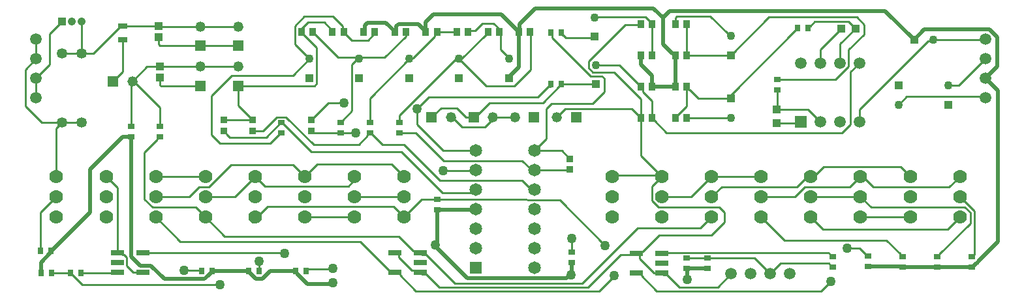
<source format=gtl>
G04*
G04 #@! TF.GenerationSoftware,Altium Limited,Altium Designer,25.3.3 (18)*
G04*
G04 Layer_Physical_Order=1*
G04 Layer_Color=255*
%FSLAX25Y25*%
%MOIN*%
G70*
G04*
G04 #@! TF.SameCoordinates,DCBC244B-8E6B-4275-8FA6-C99DFC31DE85*
G04*
G04*
G04 #@! TF.FilePolarity,Positive*
G04*
G01*
G75*
%ADD18C,0.01000*%
%ADD22R,0.03197X0.02593*%
%ADD25R,0.02593X0.03197*%
%ADD27R,0.03788X0.03681*%
%ADD30C,0.07000*%
%ADD32C,0.05900*%
%ADD37C,0.05200*%
%ADD38R,0.05200X0.05200*%
%ADD42R,0.05200X0.05200*%
%ADD44R,0.06500X0.03000*%
%ADD45R,0.04724X0.02598*%
%ADD46R,0.04331X0.04331*%
%ADD47R,0.03543X0.04134*%
%ADD48R,0.04016X0.04173*%
%ADD49R,0.04331X0.04331*%
%ADD50C,0.02067*%
%ADD51C,0.04331*%
%ADD52R,0.04134X0.04134*%
%ADD53C,0.04134*%
%ADD54C,0.06496*%
%ADD55R,0.06496X0.06496*%
%ADD56R,0.05937X0.05937*%
%ADD57C,0.05937*%
%ADD58C,0.05315*%
%ADD59C,0.05000*%
D18*
X404622Y387205D02*
G03*
X404626Y387205I9J1000D01*
G01*
X144075Y472225D02*
X150295Y478445D01*
X144075Y456555D02*
Y472225D01*
X160236Y462303D02*
Y478386D01*
X457290Y360393D02*
X541789D01*
X456701Y359803D02*
X457290Y360393D01*
X542965Y359176D02*
Y359217D01*
X541789Y360393D02*
X542965Y359217D01*
X250890Y350987D02*
Y355901D01*
X250886Y355906D02*
X250890Y355901D01*
Y350987D02*
X250894Y350982D01*
X263703Y360215D02*
X263976Y359941D01*
X191496Y360215D02*
X263703D01*
X160567Y343898D02*
X231004D01*
X231102Y343996D01*
X212500Y351358D02*
X220725D01*
X221494Y350589D01*
X155630Y348835D02*
X160567Y343898D01*
X274966Y350982D02*
Y351284D01*
X275763Y352081D02*
X288301D01*
X274966Y351284D02*
X275763Y352081D01*
X288301D02*
X288583Y352362D01*
X262638Y426869D02*
X277500Y412008D01*
X323725D02*
X344728Y391004D01*
X277500Y412008D02*
X323725D01*
X325098Y415551D02*
X343307Y397342D01*
X313854Y415551D02*
X325098D01*
X307864Y421541D02*
X313854Y415551D01*
X301874D02*
X306464Y420140D01*
X278877Y415551D02*
X301874D01*
X264762Y429666D02*
X278877Y415551D01*
X343307Y397342D02*
X385433D01*
X322638Y421541D02*
X331018D01*
X345177Y407382D02*
X385394D01*
X331018Y421541D02*
X345177Y407382D01*
X344980Y402165D02*
X345184Y402369D01*
X360406D02*
X361683Y401092D01*
X345184Y402369D02*
X360406D01*
X385394Y407382D02*
X390987Y401788D01*
X292487Y421541D02*
X292543Y421597D01*
X300239D02*
X300295Y421654D01*
X292543Y421597D02*
X300239D01*
X278743Y421541D02*
X292487D01*
X526069Y474993D02*
Y475295D01*
X525273Y474197D02*
X526069Y474993D01*
X491831Y441057D02*
X524971Y474197D01*
X525273D01*
X491831Y439272D02*
Y441057D01*
X458957Y421752D02*
X548721Y421752D01*
X452945Y427764D02*
Y428059D01*
Y427764D02*
X458957Y421752D01*
X451673Y429331D02*
X452945Y428059D01*
X469390Y429331D02*
X491831D01*
X374311Y464370D02*
Y474114D01*
X371309Y429675D02*
X382234D01*
X366142Y424508D02*
X371309Y429675D01*
X137008Y459488D02*
Y469488D01*
X240311Y435652D02*
Y445731D01*
X200913Y445509D02*
X220916D01*
X349194Y429804D02*
X354490Y424508D01*
X445965Y410030D02*
X456664Y399331D01*
X445965Y410030D02*
Y429331D01*
X451673D02*
Y437828D01*
X445965Y445308D02*
Y445604D01*
Y445013D02*
Y445308D01*
X422835Y456398D02*
X434875D01*
X622000Y469500D02*
X622008Y469508D01*
X621791Y469291D02*
X622000Y469500D01*
X240409Y445731D02*
X279152D01*
X240311D02*
X240409D01*
X220916Y466219D02*
X240409D01*
X200247D02*
X220916D01*
X422317Y480831D02*
X448402D01*
X422195Y480709D02*
X422317Y480831D01*
X448402D02*
X451673Y477559D01*
Y461286D02*
Y477264D01*
X491831Y461319D02*
X511319Y480807D01*
X556157D02*
X559883Y477081D01*
X511319Y480807D02*
X556157D01*
X551847Y478665D02*
X555512Y475000D01*
X532496Y476394D02*
X534768Y478665D01*
X551847D01*
X469390Y461286D02*
Y477264D01*
Y461248D02*
Y461286D01*
Y435335D02*
Y445013D01*
X159860Y349934D02*
X159958Y350032D01*
X178314D01*
X371261Y387507D02*
X404622Y387205D01*
X404626Y387205D02*
X404919Y386912D01*
X247441Y376083D02*
X255217Y383858D01*
X341831Y387507D02*
X371252D01*
X333963D02*
X341831D01*
X139370Y360678D02*
Y380866D01*
X147441Y388937D01*
X541990Y354823D02*
X543761Y353051D01*
X517323Y354823D02*
X541990D01*
X511988Y349488D02*
X517323Y354823D01*
X543761Y353051D02*
X544063D01*
X131595Y435138D02*
Y454075D01*
X137008Y459488D01*
X131595Y435138D02*
X139862Y426870D01*
X537898Y340752D02*
X542815Y345669D01*
X454130Y340752D02*
X537898D01*
X432382Y348425D02*
Y348628D01*
X424705Y340748D02*
X432382Y348425D01*
X286164Y436811D02*
X294291D01*
X277662Y428309D02*
X286164Y436811D01*
X293586Y427968D02*
X298402Y432784D01*
Y456571D01*
X302067Y460236D01*
X278248Y473425D02*
Y473721D01*
X577539Y436047D02*
X581747Y440256D01*
X621260D02*
X622008Y439508D01*
X581747Y440256D02*
X621260D01*
X608366Y445866D02*
X622008Y459508D01*
X602953Y445866D02*
X608366D01*
X592798Y468684D02*
X594767D01*
X557618Y433504D02*
X592798Y468684D01*
X557618Y427421D02*
Y433504D01*
X594767Y468684D02*
X595374Y469291D01*
X621791D01*
X553011Y426042D02*
Y440117D01*
X548721Y421752D02*
X553011Y426042D01*
Y440117D02*
X553051Y440158D01*
Y452854D01*
X404427Y445484D02*
X405223Y446433D01*
X368799Y437008D02*
X395951D01*
X405223Y446433D02*
X405526Y446555D01*
X422835D01*
X395951Y437008D02*
X404427Y445484D01*
X337630Y439795D02*
X393257D01*
X398796Y445334D02*
X399981D01*
X393257Y439795D02*
X398796Y445334D01*
X420232Y450732D02*
X426087D01*
X400649Y470316D02*
X420232Y450732D01*
X400649Y470316D02*
Y472081D01*
X421316Y452732D02*
X432307D01*
X419169Y454879D02*
X421316Y452732D01*
X419169Y454879D02*
Y458235D01*
X399895Y472835D02*
X400649Y472081D01*
X397652Y418454D02*
Y433873D01*
X400310Y436530D02*
X421274D01*
X397652Y433873D02*
X400310Y436530D01*
X578484Y359176D02*
X579281Y358380D01*
X571462Y366500D02*
X578484Y359478D01*
Y359176D02*
Y359478D01*
X519438Y366500D02*
X571462D01*
X579281Y358380D02*
X579583D01*
X598441Y359478D02*
X614201Y375238D01*
X608857Y388937D02*
X616201Y381593D01*
X611406Y383560D02*
X614201Y380765D01*
Y375238D02*
Y380765D01*
X616201Y359176D02*
Y381593D01*
X597645Y358380D02*
X598441Y359176D01*
X615102Y358380D02*
X615404D01*
X616201Y359176D01*
X598441D02*
Y359478D01*
X597342Y358380D02*
X597645D01*
X563503Y383560D02*
X611406D01*
X403051Y429528D02*
X407382Y433858D01*
X441437D01*
X445965Y429331D01*
X432446Y400079D02*
X454252D01*
X333169Y350413D02*
X334169Y349413D01*
X332176Y351407D02*
X333169Y350413D01*
X385433Y397342D02*
X391772Y391004D01*
X331791Y425787D02*
X345006Y412573D01*
X361772D01*
X331791Y425787D02*
Y433957D01*
X352488Y458812D02*
X353125Y459449D01*
X350989Y458812D02*
X352488D01*
X322757Y430579D02*
X350989Y458812D01*
X331791Y433957D02*
X337630Y439795D01*
X322757Y426988D02*
Y430579D01*
X322638Y426869D02*
X322757Y426988D01*
X232579Y428309D02*
X232929D01*
X280240Y446820D02*
Y465232D01*
X279152Y445731D02*
X280240Y446820D01*
X446451Y348431D02*
Y348803D01*
Y348431D02*
X454130Y340752D01*
X445451Y349803D02*
X446451Y348803D01*
X443701Y349803D02*
X445451D01*
X557584Y362500D02*
X561521Y358563D01*
X551378Y362500D02*
X557584D01*
X507395Y378543D02*
X519438Y366500D01*
X179339Y475244D02*
Y475303D01*
X180138Y476102D01*
X160265Y462331D02*
X166426D01*
X180138Y476102D02*
X199395D01*
X166426Y462331D02*
X179339Y475244D01*
X199395Y476102D02*
X199661Y476369D01*
X160236Y462303D02*
X160265Y462331D01*
X181201Y452877D02*
Y468386D01*
X176728Y448404D02*
X181201Y452877D01*
X445170Y360803D02*
X446827D01*
X455413Y369390D02*
X481973D01*
X444170Y359803D02*
X445170Y360803D01*
X446827D02*
X455413Y369390D01*
X371252Y387507D02*
X371261Y387507D01*
X325000Y378543D02*
X333963Y387507D01*
X404919Y386912D02*
X427756Y364075D01*
X410532Y361008D02*
X410805Y360735D01*
X410532Y361008D02*
Y367618D01*
X456701Y349803D02*
X457701Y348803D01*
X459465D02*
X465516Y342752D01*
X457701Y348803D02*
X459465D01*
X465516Y342752D02*
X485252D01*
X454951Y349803D02*
X456701D01*
X485252Y342752D02*
X491988Y349488D01*
X542965Y359176D02*
X543761Y358380D01*
X544063D01*
X480223Y357596D02*
X503881D01*
X511988Y349488D01*
X469390Y357596D02*
X479921D01*
X320169Y360413D02*
X321316D01*
X322316Y359413D01*
Y357999D02*
Y359413D01*
Y357999D02*
X327902Y352413D01*
X327902D02*
X328908Y351407D01*
X332176D01*
X327902Y352413D02*
X327902D01*
X329532Y361413D02*
X332169D01*
X223538Y378543D02*
X233380Y368701D01*
X210674Y366041D02*
X302561D01*
X317189Y351413D01*
X198172Y378543D02*
X210674Y366041D01*
X233380Y368701D02*
X322244D01*
X329532Y361413D01*
X334169Y359413D02*
X336157D01*
X332169Y361413D02*
X334169Y359413D01*
X539178Y404331D02*
X578491D01*
X583491Y399331D01*
X463681Y480713D02*
X464267Y481299D01*
X481398D02*
X490158Y472539D01*
X463681Y477264D02*
Y480713D01*
X464267Y481299D02*
X481398D01*
X469390Y445013D02*
Y445308D01*
X475426Y439272D02*
X491831D01*
X470661Y443742D02*
X470957D01*
X469390Y445013D02*
X470661Y443742D01*
X470957D02*
X475426Y439272D01*
X232982Y422676D02*
X234323Y421335D01*
Y421002D02*
X235990Y419335D01*
X232649Y422676D02*
X232982D01*
X234323Y421002D02*
Y421335D01*
X235990Y419335D02*
X254499D01*
X215256Y388779D02*
X220413Y393937D01*
X223538D01*
X199800Y388779D02*
X215256D01*
X254499Y419335D02*
X262034Y426869D01*
X256733Y416240D02*
X262034Y421541D01*
X294931Y472139D02*
X295408Y471661D01*
X294931Y472139D02*
Y472434D01*
X231004Y416240D02*
X256733D01*
X294783Y472286D02*
Y473327D01*
X293512Y474598D02*
X294783Y473327D01*
X294137Y473228D02*
X294931Y472434D01*
X226563Y420681D02*
X231004Y416240D01*
X293512Y474598D02*
Y476370D01*
X178496Y360215D02*
Y393641D01*
X172807Y399331D02*
X178496Y393641D01*
X350823Y344748D02*
X416106D01*
X336157Y359413D02*
X350823Y344748D01*
X319191Y351413D02*
X320169Y350435D01*
X317189Y351413D02*
X319191D01*
X331102Y340748D02*
X424705D01*
X322919Y348931D02*
Y349413D01*
X320169Y350413D02*
X321919D01*
X322919Y349413D01*
Y348931D02*
X331102Y340748D01*
X334169Y349413D02*
X336315D01*
X342980Y342748D02*
X419028D01*
X336315Y349413D02*
X342980Y342748D01*
X272539Y472933D02*
X280240Y465232D01*
X272539Y473228D02*
Y474803D01*
Y472933D02*
Y473228D01*
X445965Y429331D02*
Y439075D01*
X426087Y450732D02*
X427189Y449631D01*
Y442445D02*
Y449631D01*
X437903Y476968D02*
X445768D01*
X419169Y458235D02*
X437903Y476968D01*
X389469Y453981D02*
Y473228D01*
X381157Y445669D02*
X389469Y453981D01*
X366904Y445669D02*
X381157D01*
X353125Y459449D02*
X366904Y445669D01*
X366599Y471661D02*
X367871Y472933D01*
X354331Y459449D02*
X366543Y471661D01*
X367871Y472933D02*
Y473228D01*
X366543Y471661D02*
X366599D01*
X328689Y460086D02*
X329771D01*
X340531Y471957D02*
X341803Y473228D01*
X329771Y460086D02*
X340531Y470846D01*
Y471957D01*
X307562Y439403D02*
X327608Y459449D01*
X277608Y422676D02*
X278743Y421541D01*
X307562Y426869D02*
Y439403D01*
X292487Y426869D02*
X292789D01*
X293586Y427666D02*
Y427968D01*
X292789Y426869D02*
X293586Y427666D01*
X539059Y372244D02*
X602558D01*
X608857Y378543D01*
X532760D02*
X539059Y372244D01*
X529519Y397713D02*
X531137Y399331D01*
X525689Y394094D02*
X529307Y397713D01*
X487187Y394094D02*
X525689D01*
X529307Y397713D02*
X529519D01*
X531137Y399331D02*
X534177D01*
X524764Y388937D02*
X529764Y393937D01*
X552732D01*
X608857Y399331D02*
X610474Y397713D01*
X507395Y388937D02*
X524764D01*
X552732Y393937D02*
X558126Y399331D01*
X534177D02*
X539178Y404331D01*
X564724Y393937D02*
X603463D01*
X559331Y399331D02*
X564724Y393937D01*
X603463D02*
X608857Y399331D01*
X558126Y388937D02*
X563503Y383560D01*
X532760Y388937D02*
X558126D01*
Y399331D02*
X559331D01*
X481973Y369390D02*
X488583Y376000D01*
X476320Y372835D02*
X482029Y378543D01*
X444193Y372835D02*
X476320D01*
X268383Y405217D02*
X274269Y399331D01*
X236533Y405217D02*
X268383D01*
X280470Y405532D02*
X318799D01*
X274269Y399331D02*
X280470Y405532D01*
X248903Y399331D02*
X253943Y394291D01*
X296535D01*
X199895Y419580D02*
X200295D01*
X199098Y418383D02*
Y418783D01*
X192421Y387617D02*
Y411706D01*
X199098Y418383D01*
Y418783D02*
X199895Y419580D01*
X147441Y423917D02*
X150394Y426870D01*
X147441Y399331D02*
Y423917D01*
X139862Y426870D02*
X150394D01*
X137008Y449488D02*
X144075Y456555D01*
X137008Y439488D02*
Y449488D01*
X532194Y476394D02*
X532496D01*
X531398Y475295D02*
Y475597D01*
X532194Y476394D01*
X552087Y464193D02*
X559883Y471989D01*
Y477081D01*
X552087Y455570D02*
Y464193D01*
X553051Y452854D02*
X557618Y457421D01*
X537618D02*
Y464193D01*
X548425Y475000D01*
X307260Y421541D02*
X307864D01*
X306464Y420140D02*
Y420744D01*
X307260Y421541D01*
X226563Y420681D02*
Y440540D01*
X269268Y466981D02*
Y476409D01*
Y466981D02*
X276575Y459674D01*
X237106Y451083D02*
X268209D01*
X276575Y459449D01*
X272539Y474803D02*
X275886Y478150D01*
X284252D01*
X288428Y473228D02*
Y473974D01*
X295704Y471661D02*
X298271Y469095D01*
X306496D01*
X295408Y471661D02*
X295704D01*
X306496Y469095D02*
X310328Y472926D01*
X325914Y471091D02*
Y473228D01*
X315059Y460236D02*
X325914Y471091D01*
X302067Y460236D02*
X315059D01*
X341803Y473228D02*
X351982D01*
X405223Y472533D02*
Y472835D01*
X406020Y471736D02*
X406322D01*
X407709Y470349D01*
X422810D01*
X405223Y472533D02*
X406020Y471736D01*
X422810Y470349D02*
X423327Y470866D01*
X255217Y383858D02*
X319685D01*
X445965Y445308D02*
X447059Y444214D01*
Y442443D02*
Y444214D01*
Y442443D02*
X451673Y437828D01*
X432307Y452732D02*
X445965Y439075D01*
X444693Y446875D02*
X445965Y445604D01*
X444170Y359803D02*
X445170Y358803D01*
X443701Y359803D02*
X444170D01*
X446451Y356108D02*
Y356108D01*
X445170Y357389D02*
X446451Y356108D01*
X445170Y357389D02*
Y358803D01*
X446451Y356108D02*
X452537Y350023D01*
X183246Y353715D02*
X186746Y350215D01*
X183246Y353715D02*
Y357776D01*
X186746Y350215D02*
X191496D01*
X181807Y359215D02*
X183246Y357776D01*
X180246Y360215D02*
X181246Y359215D01*
X181807D01*
X178496Y360215D02*
X180246D01*
X434875Y456398D02*
X444398Y446875D01*
X444693D01*
X185784Y447617D02*
X186571Y448404D01*
X185784Y424908D02*
Y447617D01*
X200197Y424908D02*
X200267Y424979D01*
Y434708D01*
X186571Y448404D02*
Y448404D01*
Y448404D02*
X200267Y434708D01*
X145177Y349934D02*
X154232D01*
X178314Y350032D02*
X178496Y350215D01*
X469423Y461319D02*
X491831D01*
X435583Y359303D02*
X443201D01*
X419028Y342748D02*
X435583Y359303D01*
X416106Y344748D02*
X444193Y372835D01*
X409523Y402573D02*
X409744Y402794D01*
X391772Y402573D02*
X409523D01*
X409691Y408427D02*
X409744D01*
X405545Y412573D02*
X409691Y408427D01*
X391772Y412573D02*
X405545D01*
X391772D02*
X397652Y418454D01*
X471635Y388937D02*
X482029Y399331D01*
X456664Y388937D02*
X471635D01*
X488583Y376000D02*
Y380992D01*
X486031Y383543D02*
X488583Y380992D01*
X454986Y383543D02*
X486031D01*
X451663Y386866D02*
X454986Y383543D01*
X451663Y386866D02*
Y394331D01*
X456664Y399331D01*
X220916Y455574D02*
X240311D01*
X558126Y378543D02*
X583491D01*
X482029Y388937D02*
X487187Y394094D01*
X484055Y399331D02*
X507395D01*
X483042Y398318D02*
X484055Y399331D01*
X319685Y383858D02*
X325000Y378543D01*
X299634Y388937D02*
X325000D01*
X318799Y405532D02*
X325000Y399331D01*
X274269Y378543D02*
X299634D01*
X296535Y394291D02*
X299114Y396870D01*
X223538Y388937D02*
X238509D01*
X248903Y399331D01*
X225254Y393937D02*
X236533Y405217D01*
X218518Y383563D02*
X223538Y378543D01*
X196475Y383563D02*
X218518D01*
X223538Y378543D02*
X223538D01*
X192421Y387617D02*
X196475Y383563D01*
X223538Y393937D02*
X225254D01*
X200433Y399331D02*
X223538D01*
X421274Y436530D02*
X427189Y442445D01*
X360507Y429528D02*
X361319D01*
X356791D02*
X360507D01*
X200327Y446095D02*
Y449895D01*
Y446095D02*
X200913Y445509D01*
X199661Y466805D02*
X200247Y466219D01*
X199661Y466805D02*
Y470637D01*
X200381Y455574D02*
X220916D01*
X193740D02*
X200327D01*
X226563Y440540D02*
X237106Y451083D01*
X221014Y476062D02*
X240409D01*
X199969D02*
X221014D01*
X199661Y476369D02*
X199969Y476062D01*
X547618Y467106D02*
X555512Y475000D01*
X547618Y457421D02*
Y467106D01*
X463681Y429331D02*
Y429626D01*
X469390Y435335D01*
X445965Y476968D02*
Y477067D01*
X232929Y428309D02*
X247654D01*
X260116Y429666D02*
X264762D01*
X262034Y421541D02*
X262336D01*
Y426869D02*
X262638D01*
X262034D02*
X262336D01*
X240311Y435652D02*
X247654Y428309D01*
Y422676D02*
X253125D01*
X260116Y429666D01*
X186571Y448404D02*
X193740Y455574D01*
X288779Y481102D02*
X293512Y476370D01*
X273961Y481102D02*
X288779D01*
X269268Y476409D02*
X273961Y481102D01*
X291437Y460236D02*
X302067D01*
X278248Y473425D02*
X291437Y460236D01*
X344728Y391004D02*
X361772D01*
X361221Y473819D02*
X365059Y477658D01*
X359154Y473819D02*
X361221D01*
X370768Y477658D02*
X374311Y474114D01*
X365059Y477658D02*
X370768D01*
X150394Y462303D02*
X160236D01*
X515551Y433957D02*
Y443589D01*
X515256Y433661D02*
X515551Y433957D01*
X561521Y358563D02*
X561823D01*
X531378Y433661D02*
X537618Y427421D01*
X515256Y433661D02*
X531378D01*
X452537Y350023D02*
X454713D01*
X382234Y429675D02*
X382382Y429823D01*
X361319Y429528D02*
X368799Y437008D01*
X354490Y424508D02*
X366142D01*
X351969Y434350D02*
X356791Y429528D01*
X339075D02*
X343898Y434350D01*
X351969D01*
X374311Y464370D02*
X378642Y460039D01*
X150394Y426870D02*
X160236D01*
X284252Y478150D02*
X288428Y473974D01*
X515551Y448917D02*
X545434D01*
X552087Y455570D01*
X526772Y426575D02*
X527618Y427421D01*
X515256Y426575D02*
X526772D01*
D22*
X515551Y443589D02*
D03*
Y448917D02*
D03*
X341831Y387507D02*
D03*
Y382178D02*
D03*
X410532Y355407D02*
D03*
Y360735D02*
D03*
X292487Y426869D02*
D03*
Y421541D02*
D03*
X307562D02*
D03*
Y426869D02*
D03*
X262336D02*
D03*
Y421541D02*
D03*
X322638Y426869D02*
D03*
Y421541D02*
D03*
X185728Y424908D02*
D03*
Y419580D02*
D03*
X615102Y353051D02*
D03*
Y358380D02*
D03*
X597342Y353051D02*
D03*
Y358380D02*
D03*
X579583Y353051D02*
D03*
Y358380D02*
D03*
X561823Y353235D02*
D03*
Y358563D02*
D03*
X469390Y352268D02*
D03*
Y357596D02*
D03*
X479921Y352268D02*
D03*
Y357596D02*
D03*
X200197Y419580D02*
D03*
Y424908D02*
D03*
X544063Y353051D02*
D03*
Y358380D02*
D03*
D25*
X144882Y349934D02*
D03*
X139553D02*
D03*
X159860D02*
D03*
X154531D02*
D03*
X274966Y350982D02*
D03*
X269638D02*
D03*
X221494D02*
D03*
X226823D02*
D03*
X250894D02*
D03*
X245566D02*
D03*
X405223Y446433D02*
D03*
X399895D02*
D03*
X405223Y472835D02*
D03*
X399895D02*
D03*
X144692Y361122D02*
D03*
X139363D02*
D03*
X526069Y475295D02*
D03*
X531398D02*
D03*
D27*
X277608Y428309D02*
D03*
Y422676D02*
D03*
X247654Y428309D02*
D03*
Y422676D02*
D03*
X232929Y428309D02*
D03*
Y422676D02*
D03*
X409744Y408427D02*
D03*
Y402794D02*
D03*
D30*
X431298Y378543D02*
D03*
Y388937D02*
D03*
Y399331D02*
D03*
X456664D02*
D03*
Y388937D02*
D03*
Y378543D02*
D03*
X482029Y399331D02*
D03*
Y388937D02*
D03*
Y378543D02*
D03*
X198172D02*
D03*
Y388937D02*
D03*
Y399331D02*
D03*
X248903Y378543D02*
D03*
Y388937D02*
D03*
Y399331D02*
D03*
X147441Y378543D02*
D03*
Y388937D02*
D03*
Y399331D02*
D03*
X172807D02*
D03*
Y388937D02*
D03*
Y378543D02*
D03*
X223538Y399331D02*
D03*
Y388937D02*
D03*
Y378543D02*
D03*
X299634D02*
D03*
Y388937D02*
D03*
Y399331D02*
D03*
X325000Y378543D02*
D03*
Y388937D02*
D03*
Y399331D02*
D03*
X274269D02*
D03*
Y388937D02*
D03*
Y378543D02*
D03*
X583491D02*
D03*
Y388937D02*
D03*
Y399331D02*
D03*
X507395Y378543D02*
D03*
Y388937D02*
D03*
Y399331D02*
D03*
X532760D02*
D03*
Y388937D02*
D03*
Y378543D02*
D03*
X608857D02*
D03*
Y388937D02*
D03*
Y399331D02*
D03*
X558126D02*
D03*
Y388937D02*
D03*
Y378543D02*
D03*
D32*
X492039Y349500D02*
D03*
X512039D02*
D03*
X522039D02*
D03*
X502039D02*
D03*
X622000Y439500D02*
D03*
Y459500D02*
D03*
Y449500D02*
D03*
Y469500D02*
D03*
X137000Y449500D02*
D03*
Y469500D02*
D03*
Y459500D02*
D03*
Y439500D02*
D03*
D37*
X220916Y455574D02*
D03*
X240409D02*
D03*
X220916Y476062D02*
D03*
X381619Y429528D02*
D03*
X370350D02*
D03*
X348917D02*
D03*
X186177Y448011D02*
D03*
X240409Y476062D02*
D03*
X403051Y429528D02*
D03*
D38*
X220916Y445731D02*
D03*
X240409D02*
D03*
X220916Y466219D02*
D03*
X240409D02*
D03*
D42*
X391461Y429528D02*
D03*
X360507D02*
D03*
X339075D02*
D03*
X176335Y448011D02*
D03*
X412894Y429528D02*
D03*
D44*
X456701Y349803D02*
D03*
Y359803D02*
D03*
X443701Y349803D02*
D03*
Y359803D02*
D03*
X456701Y354803D02*
D03*
X178496Y355215D02*
D03*
X191496Y350215D02*
D03*
Y360215D02*
D03*
X178496Y350215D02*
D03*
Y360215D02*
D03*
X333169Y355413D02*
D03*
X320169Y360413D02*
D03*
Y350413D02*
D03*
X333169Y360413D02*
D03*
Y350413D02*
D03*
D45*
X181201Y469173D02*
D03*
Y476102D02*
D03*
D46*
X548425Y475000D02*
D03*
X555512D02*
D03*
X491831Y439272D02*
D03*
X422835Y446555D02*
D03*
X577539Y445890D02*
D03*
X602953Y436024D02*
D03*
X422195Y470866D02*
D03*
X378642Y449606D02*
D03*
X491831Y461319D02*
D03*
X327608Y449606D02*
D03*
X353125D02*
D03*
X276575D02*
D03*
X302092D02*
D03*
D47*
X469390Y429331D02*
D03*
X463681D02*
D03*
X445965Y477264D02*
D03*
X451673D02*
D03*
X357691Y473228D02*
D03*
X351982D02*
D03*
X383760D02*
D03*
X389468D02*
D03*
X463681Y461286D02*
D03*
X469390D02*
D03*
X445965Y445308D02*
D03*
X451673D02*
D03*
X341803Y473228D02*
D03*
X336094D02*
D03*
X463681Y445308D02*
D03*
X469390D02*
D03*
X445965Y461286D02*
D03*
X451673D02*
D03*
X325914Y473228D02*
D03*
X320205D02*
D03*
X310025D02*
D03*
X304317D02*
D03*
X373580D02*
D03*
X367871D02*
D03*
X445965Y429331D02*
D03*
X451673D02*
D03*
X463681Y477264D02*
D03*
X469390D02*
D03*
X272539Y473228D02*
D03*
X278248D02*
D03*
X294137D02*
D03*
X288428D02*
D03*
D48*
X199661Y476369D02*
D03*
Y470637D02*
D03*
X200327Y455627D02*
D03*
Y449895D02*
D03*
D49*
X515256Y426575D02*
D03*
Y433661D02*
D03*
X585532Y469291D02*
D03*
D50*
X227086Y350982D02*
X245566D01*
X223108Y346825D02*
X224825Y348541D01*
X195588Y353748D02*
X202512Y346825D01*
X223108D01*
X226823Y350719D02*
X227086Y350982D01*
X245566Y350680D02*
Y350982D01*
Y350680D02*
X247564Y348682D01*
X224825D02*
X226560Y350417D01*
X252508Y346825D02*
X256666Y350982D01*
X247564Y348541D02*
Y348682D01*
X226560Y350417D02*
Y350719D01*
X226823Y350982D01*
X249281Y346825D02*
X252508D01*
X247564Y348541D02*
X249281Y346825D01*
X275787Y344390D02*
X288287D01*
X288681Y344783D01*
X270449Y349728D02*
X275787Y344390D01*
X224825Y348541D02*
Y348682D01*
X460728Y484055D02*
X570768D01*
X457136Y480463D02*
X460728Y484055D01*
X452455Y485144D02*
X457136Y480463D01*
X391903Y485144D02*
X452455D01*
X139553Y355301D02*
X144429Y360177D01*
Y361161D01*
X139553Y349934D02*
Y355301D01*
X144429Y361161D02*
X144955Y361687D01*
X145349D01*
X622008Y449508D02*
X628346Y443169D01*
X469390Y352004D02*
X469488D01*
X341043Y364272D02*
Y365065D01*
Y363583D02*
Y364272D01*
X145349Y361687D02*
X164614Y380953D01*
Y402803D01*
X361377Y382178D02*
X361772Y382573D01*
X341831Y382178D02*
X361377D01*
X341831Y365853D02*
Y381686D01*
X341043Y365065D02*
X341831Y365853D01*
X341043Y363583D02*
X357335Y347291D01*
X408112D01*
X409639Y348819D01*
X410433D01*
X409449Y349809D02*
X410532Y350892D01*
Y355407D01*
X469488Y346850D02*
X469587Y346752D01*
X469488Y346850D02*
Y352004D01*
X469390Y352268D02*
X479921D01*
X256666Y350982D02*
X269638D01*
X181391Y419580D02*
X185728D01*
X164614Y402803D02*
X181391Y419580D01*
X570768Y484055D02*
X585532Y469291D01*
X590731Y474491D02*
X624072D01*
X585532Y469291D02*
X590731Y474491D01*
X269901Y350417D02*
X270449Y349869D01*
Y349728D02*
Y349869D01*
X269901Y350417D02*
Y350719D01*
X269638Y350982D02*
X269901Y350719D01*
X185728Y358356D02*
X190337Y353748D01*
X185728Y358356D02*
Y419580D01*
X190337Y353748D02*
X195588D01*
X463681Y445308D02*
Y461286D01*
X457136Y467059D02*
X461875Y462320D01*
X457136Y467059D02*
Y480463D01*
X445965Y456521D02*
Y461286D01*
Y456521D02*
X451673Y450812D01*
Y445308D02*
X463681D01*
X451673D02*
Y450812D01*
X462943Y461366D02*
Y462320D01*
X461875D02*
X462943D01*
X336094Y473524D02*
Y478318D01*
Y473228D02*
Y473524D01*
X383918Y477159D02*
X391903Y485144D01*
X383760Y455315D02*
Y473228D01*
X336094Y478318D02*
X340059Y482283D01*
X320943Y476151D02*
X322154Y477362D01*
X332256D02*
X336094Y473524D01*
X320943Y474262D02*
Y476151D01*
X322154Y477362D02*
X332256D01*
X320205Y473524D02*
X320943Y474262D01*
X304973Y476662D02*
X306264Y477953D01*
X304973Y473884D02*
Y476662D01*
X306264Y477953D02*
X315776D01*
X304317Y473228D02*
X304973Y473884D01*
X340059Y482283D02*
X374705D01*
X383762Y474262D02*
X383918D01*
Y477159D01*
X383760Y473228D02*
Y474262D01*
X382726D02*
X383022D01*
X374705Y482283D02*
X382726Y474262D01*
X320205Y473228D02*
Y473524D01*
X315776Y477953D02*
X320205Y473524D01*
X624072Y474491D02*
X628051Y470512D01*
Y455551D02*
Y470512D01*
X622008Y449508D02*
X628051Y455551D01*
X628346Y365993D02*
Y443169D01*
X615366Y353314D02*
X615667D01*
X617543Y355049D02*
X618734Y356241D01*
Y356381D02*
X628346Y365993D01*
X617403Y355049D02*
X617543D01*
X618734Y356241D02*
Y356381D01*
X615667Y353314D02*
X617403Y355049D01*
X615102Y353051D02*
X615366Y353314D01*
X597342Y353051D02*
X615102D01*
X579583D02*
X597342D01*
X579491Y353143D02*
X579583Y353051D01*
X561915Y353143D02*
X579491D01*
X561823Y353235D02*
X561915Y353143D01*
X378642Y450197D02*
X383760Y455315D01*
D51*
X491831Y429429D02*
D03*
X422835Y456398D02*
D03*
X595374Y469291D02*
D03*
X577539Y436047D02*
D03*
X602953Y445866D02*
D03*
X422195Y480709D02*
D03*
X378642Y459449D02*
D03*
X491831Y471161D02*
D03*
X327608Y459449D02*
D03*
X353125D02*
D03*
X276575D02*
D03*
X302092D02*
D03*
D52*
X150295Y478445D02*
D03*
D53*
X155295D02*
D03*
X160295D02*
D03*
D54*
X391772Y412573D02*
D03*
Y402573D02*
D03*
Y392573D02*
D03*
Y352573D02*
D03*
Y362573D02*
D03*
Y372573D02*
D03*
Y382573D02*
D03*
X361772Y412573D02*
D03*
Y402573D02*
D03*
Y392573D02*
D03*
Y362573D02*
D03*
Y372573D02*
D03*
Y382573D02*
D03*
D55*
Y352573D02*
D03*
D56*
X527618Y427421D02*
D03*
D57*
X537618D02*
D03*
X547618D02*
D03*
X557618D02*
D03*
Y457421D02*
D03*
X547618D02*
D03*
X537618D02*
D03*
X527618D02*
D03*
D58*
X160236Y426870D02*
D03*
Y462303D02*
D03*
X150394Y426870D02*
D03*
Y462303D02*
D03*
D59*
X250886Y355906D02*
D03*
X231102Y343996D02*
D03*
X212500Y351358D02*
D03*
X288681Y344783D02*
D03*
X288583Y352362D02*
D03*
X263976Y359941D02*
D03*
X344980Y402165D02*
D03*
X300295Y421654D02*
D03*
X542815Y345669D02*
D03*
X432382Y348628D02*
D03*
X294291Y436811D02*
D03*
X331791Y433957D02*
D03*
X551378Y362500D02*
D03*
X341043Y364272D02*
D03*
X410433Y348819D02*
D03*
X410532Y367618D02*
D03*
X469587Y346752D02*
D03*
X427756Y364075D02*
D03*
M02*

</source>
